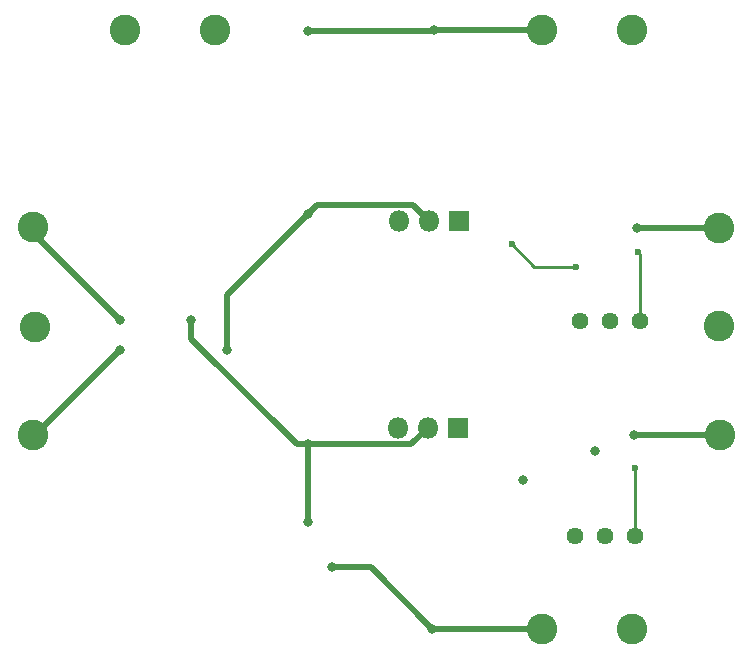
<source format=gbr>
G04 #@! TF.GenerationSoftware,KiCad,Pcbnew,(5.1.7-0-10_14)*
G04 #@! TF.CreationDate,2020-11-09T14:56:20+01:00*
G04 #@! TF.ProjectId,lv-lownoise-psu,6c762d6c-6f77-46e6-9f69-73652d707375,rev?*
G04 #@! TF.SameCoordinates,Original*
G04 #@! TF.FileFunction,Copper,L2,Bot*
G04 #@! TF.FilePolarity,Positive*
%FSLAX46Y46*%
G04 Gerber Fmt 4.6, Leading zero omitted, Abs format (unit mm)*
G04 Created by KiCad (PCBNEW (5.1.7-0-10_14)) date 2020-11-09 14:56:20*
%MOMM*%
%LPD*%
G01*
G04 APERTURE LIST*
G04 #@! TA.AperFunction,ComponentPad*
%ADD10C,2.600000*%
G04 #@! TD*
G04 #@! TA.AperFunction,ComponentPad*
%ADD11C,1.440000*%
G04 #@! TD*
G04 #@! TA.AperFunction,ComponentPad*
%ADD12O,1.800000X1.800000*%
G04 #@! TD*
G04 #@! TA.AperFunction,ComponentPad*
%ADD13R,1.800000X1.800000*%
G04 #@! TD*
G04 #@! TA.AperFunction,ViaPad*
%ADD14C,0.800000*%
G04 #@! TD*
G04 #@! TA.AperFunction,ViaPad*
%ADD15C,0.600000*%
G04 #@! TD*
G04 #@! TA.AperFunction,Conductor*
%ADD16C,0.500000*%
G04 #@! TD*
G04 #@! TA.AperFunction,Conductor*
%ADD17C,0.250000*%
G04 #@! TD*
G04 APERTURE END LIST*
D10*
X129286000Y-83693000D03*
X136906000Y-83693000D03*
X136906000Y-33020000D03*
X129286000Y-33020000D03*
X93980000Y-33020000D03*
X101600000Y-33020000D03*
D11*
X132118100Y-75793600D03*
X134658100Y-75793600D03*
X137198100Y-75793600D03*
D12*
X117094000Y-66675000D03*
X119634000Y-66675000D03*
D13*
X122174000Y-66675000D03*
D12*
X117221000Y-49149000D03*
X119761000Y-49149000D03*
D13*
X122301000Y-49149000D03*
D11*
X132486400Y-57619900D03*
X135026400Y-57619900D03*
X137566400Y-57619900D03*
D10*
X144373600Y-67310000D03*
X144322800Y-58064400D03*
X144322800Y-49784000D03*
X86233000Y-49657000D03*
X86360000Y-58166000D03*
X86233000Y-67310000D03*
D14*
X133756400Y-68630800D03*
X127711200Y-71069200D03*
X109474000Y-48595000D03*
X102616000Y-60071000D03*
D15*
X137464800Y-51816000D03*
X137210800Y-70053200D03*
D14*
X93599000Y-60071000D03*
X93599000Y-57531000D03*
D15*
X132207000Y-53022500D03*
X126746000Y-51117500D03*
D14*
X137312400Y-49784000D03*
X137109200Y-67310000D03*
X109474000Y-68072000D03*
X109474000Y-74676000D03*
X99568000Y-57531000D03*
X109475000Y-33037000D03*
X120142000Y-32987000D03*
X111506000Y-78486000D03*
X120015000Y-83693000D03*
D16*
X110270001Y-47798999D02*
X109474000Y-48595000D01*
X118410999Y-47798999D02*
X110270001Y-47798999D01*
X119761000Y-49149000D02*
X118410999Y-47798999D01*
X102616000Y-55453000D02*
X109474000Y-48595000D01*
X102616000Y-60071000D02*
X102616000Y-55453000D01*
D17*
X137566400Y-51917600D02*
X137464800Y-51816000D01*
X137566400Y-57619900D02*
X137566400Y-51917600D01*
X137198100Y-70065900D02*
X137210800Y-70053200D01*
X137198100Y-75793600D02*
X137198100Y-70065900D01*
D16*
X86360000Y-67310000D02*
X86233000Y-67310000D01*
X93599000Y-60071000D02*
X86360000Y-67310000D01*
X86233000Y-50165000D02*
X86233000Y-49657000D01*
X93599000Y-57531000D02*
X86233000Y-50165000D01*
D17*
X128651000Y-53022500D02*
X126746000Y-51117500D01*
X132207000Y-53022500D02*
X128651000Y-53022500D01*
D16*
X137312400Y-49784000D02*
X144322800Y-49784000D01*
X137109200Y-67310000D02*
X144373600Y-67310000D01*
X118237000Y-68072000D02*
X109474000Y-68072000D01*
X119634000Y-66675000D02*
X118237000Y-68072000D01*
X109474000Y-68072000D02*
X109474000Y-74676000D01*
X108524000Y-68072000D02*
X109474000Y-68072000D01*
X99568000Y-59116000D02*
X108524000Y-68072000D01*
X99568000Y-57531000D02*
X99568000Y-59116000D01*
X120092000Y-33037000D02*
X120142000Y-32987000D01*
X109475000Y-33037000D02*
X120092000Y-33037000D01*
X129253000Y-32987000D02*
X129286000Y-33020000D01*
X120142000Y-32987000D02*
X129253000Y-32987000D01*
X114808000Y-78486000D02*
X120015000Y-83693000D01*
X111506000Y-78486000D02*
X114808000Y-78486000D01*
X120015000Y-83693000D02*
X129286000Y-83693000D01*
M02*

</source>
